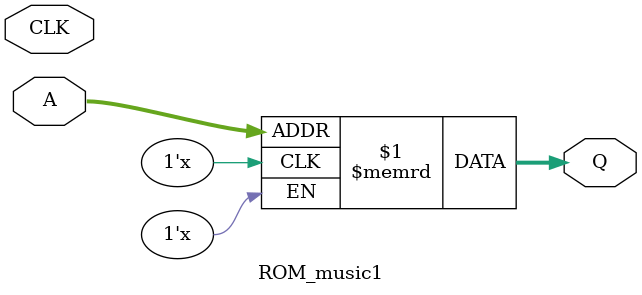
<source format=v>
module ROM_music1(output wire[3:0] Q,
                 input wire[7:0] A,
                 input wire CLK
);

reg [3:0] mem[0:247] /* synthesis ram_init_file="music1.mif" */;

assign Q = mem[A];

endmodule

</source>
